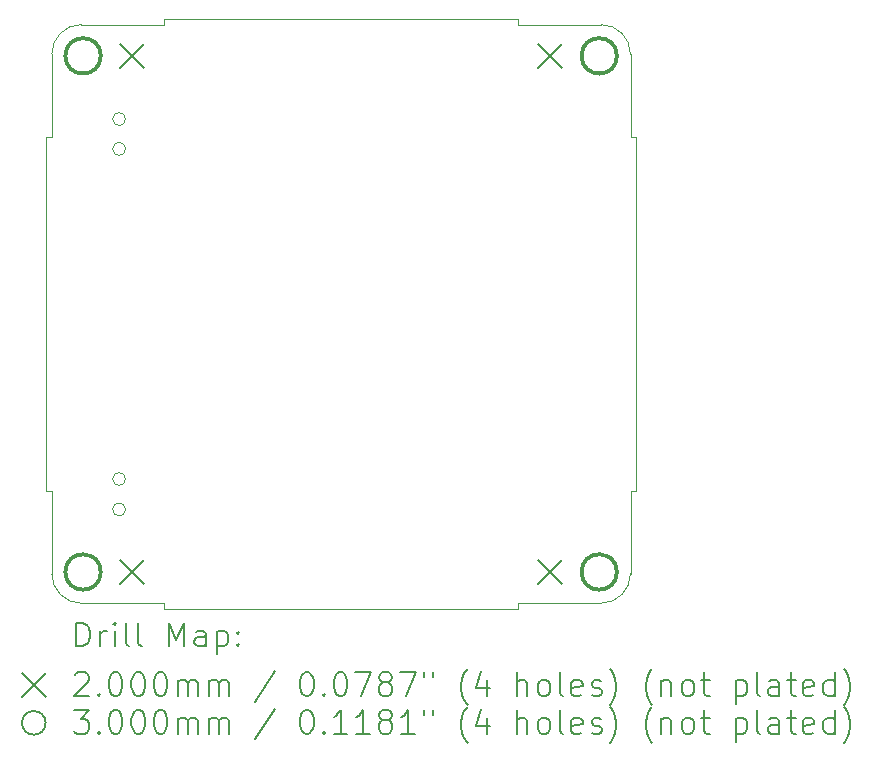
<source format=gbr>
%TF.GenerationSoftware,KiCad,Pcbnew,7.0.7-7.0.7~ubuntu23.04.1*%
%TF.CreationDate,2023-09-19T04:43:30+00:00*%
%TF.ProjectId,m5-pantilt,6d352d70-616e-4746-996c-742e6b696361,1*%
%TF.SameCoordinates,Original*%
%TF.FileFunction,Drillmap*%
%TF.FilePolarity,Positive*%
%FSLAX45Y45*%
G04 Gerber Fmt 4.5, Leading zero omitted, Abs format (unit mm)*
G04 Created by KiCad (PCBNEW 7.0.7-7.0.7~ubuntu23.04.1) date 2023-09-19 04:43:30*
%MOMM*%
%LPD*%
G01*
G04 APERTURE LIST*
%ADD10C,0.050000*%
%ADD11C,0.200000*%
%ADD12C,0.300000*%
G04 APERTURE END LIST*
D10*
X14000000Y-10000000D02*
X11000000Y-10000000D01*
X14950000Y-5300000D02*
X14950000Y-6000000D01*
X14700000Y-5050000D02*
X14000000Y-5050000D01*
X10050000Y-9700000D02*
X10050000Y-9000000D01*
X10050000Y-5300000D02*
X10050000Y-6000000D01*
X10300000Y-5050000D02*
G75*
G03*
X10050000Y-5300000I0J-250000D01*
G01*
X14950000Y-6000000D02*
X15000000Y-6000000D01*
X14950000Y-9000000D02*
X15000000Y-9000000D01*
X14000000Y-9950000D02*
X14000000Y-10000000D01*
X11000000Y-9950000D02*
X11000000Y-10000000D01*
X10050000Y-9000000D02*
X10000000Y-9000000D01*
X10000000Y-6000000D02*
X10050000Y-6000000D01*
X11000000Y-5000000D02*
X11000000Y-5050000D01*
X10675000Y-8897640D02*
G75*
G03*
X10675000Y-8897640I-55000J0D01*
G01*
X10000000Y-9000000D02*
X10000000Y-6000000D01*
X10050000Y-9700000D02*
G75*
G03*
X10300000Y-9950000I250000J0D01*
G01*
X10300000Y-9950000D02*
X11000000Y-9950000D01*
X10675000Y-6102956D02*
G75*
G03*
X10675000Y-6102956I-55000J0D01*
G01*
X14700000Y-9950000D02*
G75*
G03*
X14950000Y-9700000I0J250000D01*
G01*
X14950000Y-5300000D02*
G75*
G03*
X14700000Y-5050000I-250000J0D01*
G01*
X11000000Y-5000000D02*
X14000000Y-5000000D01*
X10675000Y-5850000D02*
G75*
G03*
X10675000Y-5850000I-55000J0D01*
G01*
X14950000Y-9700000D02*
X14950000Y-9000000D01*
X10675000Y-9155000D02*
G75*
G03*
X10675000Y-9155000I-55000J0D01*
G01*
X10300000Y-5050000D02*
X11000000Y-5050000D01*
X15000000Y-6000000D02*
X15000000Y-9000000D01*
X14000000Y-5000000D02*
X14000000Y-5050000D01*
X14700000Y-9950000D02*
X14000000Y-9950000D01*
D11*
X10630000Y-5215000D02*
X10830000Y-5415000D01*
X10830000Y-5215000D02*
X10630000Y-5415000D01*
X10630000Y-9585000D02*
X10830000Y-9785000D01*
X10830000Y-9585000D02*
X10630000Y-9785000D01*
X14170000Y-5215000D02*
X14370000Y-5415000D01*
X14370000Y-5215000D02*
X14170000Y-5415000D01*
X14170000Y-9585000D02*
X14370000Y-9785000D01*
X14370000Y-9585000D02*
X14170000Y-9785000D01*
D12*
X10465000Y-5315000D02*
G75*
G03*
X10465000Y-5315000I-150000J0D01*
G01*
X10465000Y-9685000D02*
G75*
G03*
X10465000Y-9685000I-150000J0D01*
G01*
X14835000Y-5315000D02*
G75*
G03*
X14835000Y-5315000I-150000J0D01*
G01*
X14835000Y-9685000D02*
G75*
G03*
X14835000Y-9685000I-150000J0D01*
G01*
D11*
X10258277Y-10313984D02*
X10258277Y-10113984D01*
X10258277Y-10113984D02*
X10305896Y-10113984D01*
X10305896Y-10113984D02*
X10334467Y-10123508D01*
X10334467Y-10123508D02*
X10353515Y-10142555D01*
X10353515Y-10142555D02*
X10363039Y-10161603D01*
X10363039Y-10161603D02*
X10372563Y-10199698D01*
X10372563Y-10199698D02*
X10372563Y-10228270D01*
X10372563Y-10228270D02*
X10363039Y-10266365D01*
X10363039Y-10266365D02*
X10353515Y-10285412D01*
X10353515Y-10285412D02*
X10334467Y-10304460D01*
X10334467Y-10304460D02*
X10305896Y-10313984D01*
X10305896Y-10313984D02*
X10258277Y-10313984D01*
X10458277Y-10313984D02*
X10458277Y-10180650D01*
X10458277Y-10218746D02*
X10467801Y-10199698D01*
X10467801Y-10199698D02*
X10477324Y-10190174D01*
X10477324Y-10190174D02*
X10496372Y-10180650D01*
X10496372Y-10180650D02*
X10515420Y-10180650D01*
X10582086Y-10313984D02*
X10582086Y-10180650D01*
X10582086Y-10113984D02*
X10572563Y-10123508D01*
X10572563Y-10123508D02*
X10582086Y-10133031D01*
X10582086Y-10133031D02*
X10591610Y-10123508D01*
X10591610Y-10123508D02*
X10582086Y-10113984D01*
X10582086Y-10113984D02*
X10582086Y-10133031D01*
X10705896Y-10313984D02*
X10686848Y-10304460D01*
X10686848Y-10304460D02*
X10677324Y-10285412D01*
X10677324Y-10285412D02*
X10677324Y-10113984D01*
X10810658Y-10313984D02*
X10791610Y-10304460D01*
X10791610Y-10304460D02*
X10782086Y-10285412D01*
X10782086Y-10285412D02*
X10782086Y-10113984D01*
X11039229Y-10313984D02*
X11039229Y-10113984D01*
X11039229Y-10113984D02*
X11105896Y-10256841D01*
X11105896Y-10256841D02*
X11172563Y-10113984D01*
X11172563Y-10113984D02*
X11172563Y-10313984D01*
X11353515Y-10313984D02*
X11353515Y-10209222D01*
X11353515Y-10209222D02*
X11343991Y-10190174D01*
X11343991Y-10190174D02*
X11324943Y-10180650D01*
X11324943Y-10180650D02*
X11286848Y-10180650D01*
X11286848Y-10180650D02*
X11267801Y-10190174D01*
X11353515Y-10304460D02*
X11334467Y-10313984D01*
X11334467Y-10313984D02*
X11286848Y-10313984D01*
X11286848Y-10313984D02*
X11267801Y-10304460D01*
X11267801Y-10304460D02*
X11258277Y-10285412D01*
X11258277Y-10285412D02*
X11258277Y-10266365D01*
X11258277Y-10266365D02*
X11267801Y-10247317D01*
X11267801Y-10247317D02*
X11286848Y-10237793D01*
X11286848Y-10237793D02*
X11334467Y-10237793D01*
X11334467Y-10237793D02*
X11353515Y-10228270D01*
X11448753Y-10180650D02*
X11448753Y-10380650D01*
X11448753Y-10190174D02*
X11467801Y-10180650D01*
X11467801Y-10180650D02*
X11505896Y-10180650D01*
X11505896Y-10180650D02*
X11524943Y-10190174D01*
X11524943Y-10190174D02*
X11534467Y-10199698D01*
X11534467Y-10199698D02*
X11543991Y-10218746D01*
X11543991Y-10218746D02*
X11543991Y-10275889D01*
X11543991Y-10275889D02*
X11534467Y-10294936D01*
X11534467Y-10294936D02*
X11524943Y-10304460D01*
X11524943Y-10304460D02*
X11505896Y-10313984D01*
X11505896Y-10313984D02*
X11467801Y-10313984D01*
X11467801Y-10313984D02*
X11448753Y-10304460D01*
X11629705Y-10294936D02*
X11639229Y-10304460D01*
X11639229Y-10304460D02*
X11629705Y-10313984D01*
X11629705Y-10313984D02*
X11620182Y-10304460D01*
X11620182Y-10304460D02*
X11629705Y-10294936D01*
X11629705Y-10294936D02*
X11629705Y-10313984D01*
X11629705Y-10190174D02*
X11639229Y-10199698D01*
X11639229Y-10199698D02*
X11629705Y-10209222D01*
X11629705Y-10209222D02*
X11620182Y-10199698D01*
X11620182Y-10199698D02*
X11629705Y-10190174D01*
X11629705Y-10190174D02*
X11629705Y-10209222D01*
X9797500Y-10542500D02*
X9997500Y-10742500D01*
X9997500Y-10542500D02*
X9797500Y-10742500D01*
X10248753Y-10553031D02*
X10258277Y-10543508D01*
X10258277Y-10543508D02*
X10277324Y-10533984D01*
X10277324Y-10533984D02*
X10324944Y-10533984D01*
X10324944Y-10533984D02*
X10343991Y-10543508D01*
X10343991Y-10543508D02*
X10353515Y-10553031D01*
X10353515Y-10553031D02*
X10363039Y-10572079D01*
X10363039Y-10572079D02*
X10363039Y-10591127D01*
X10363039Y-10591127D02*
X10353515Y-10619698D01*
X10353515Y-10619698D02*
X10239229Y-10733984D01*
X10239229Y-10733984D02*
X10363039Y-10733984D01*
X10448753Y-10714936D02*
X10458277Y-10724460D01*
X10458277Y-10724460D02*
X10448753Y-10733984D01*
X10448753Y-10733984D02*
X10439229Y-10724460D01*
X10439229Y-10724460D02*
X10448753Y-10714936D01*
X10448753Y-10714936D02*
X10448753Y-10733984D01*
X10582086Y-10533984D02*
X10601134Y-10533984D01*
X10601134Y-10533984D02*
X10620182Y-10543508D01*
X10620182Y-10543508D02*
X10629705Y-10553031D01*
X10629705Y-10553031D02*
X10639229Y-10572079D01*
X10639229Y-10572079D02*
X10648753Y-10610174D01*
X10648753Y-10610174D02*
X10648753Y-10657793D01*
X10648753Y-10657793D02*
X10639229Y-10695889D01*
X10639229Y-10695889D02*
X10629705Y-10714936D01*
X10629705Y-10714936D02*
X10620182Y-10724460D01*
X10620182Y-10724460D02*
X10601134Y-10733984D01*
X10601134Y-10733984D02*
X10582086Y-10733984D01*
X10582086Y-10733984D02*
X10563039Y-10724460D01*
X10563039Y-10724460D02*
X10553515Y-10714936D01*
X10553515Y-10714936D02*
X10543991Y-10695889D01*
X10543991Y-10695889D02*
X10534467Y-10657793D01*
X10534467Y-10657793D02*
X10534467Y-10610174D01*
X10534467Y-10610174D02*
X10543991Y-10572079D01*
X10543991Y-10572079D02*
X10553515Y-10553031D01*
X10553515Y-10553031D02*
X10563039Y-10543508D01*
X10563039Y-10543508D02*
X10582086Y-10533984D01*
X10772563Y-10533984D02*
X10791610Y-10533984D01*
X10791610Y-10533984D02*
X10810658Y-10543508D01*
X10810658Y-10543508D02*
X10820182Y-10553031D01*
X10820182Y-10553031D02*
X10829705Y-10572079D01*
X10829705Y-10572079D02*
X10839229Y-10610174D01*
X10839229Y-10610174D02*
X10839229Y-10657793D01*
X10839229Y-10657793D02*
X10829705Y-10695889D01*
X10829705Y-10695889D02*
X10820182Y-10714936D01*
X10820182Y-10714936D02*
X10810658Y-10724460D01*
X10810658Y-10724460D02*
X10791610Y-10733984D01*
X10791610Y-10733984D02*
X10772563Y-10733984D01*
X10772563Y-10733984D02*
X10753515Y-10724460D01*
X10753515Y-10724460D02*
X10743991Y-10714936D01*
X10743991Y-10714936D02*
X10734467Y-10695889D01*
X10734467Y-10695889D02*
X10724944Y-10657793D01*
X10724944Y-10657793D02*
X10724944Y-10610174D01*
X10724944Y-10610174D02*
X10734467Y-10572079D01*
X10734467Y-10572079D02*
X10743991Y-10553031D01*
X10743991Y-10553031D02*
X10753515Y-10543508D01*
X10753515Y-10543508D02*
X10772563Y-10533984D01*
X10963039Y-10533984D02*
X10982086Y-10533984D01*
X10982086Y-10533984D02*
X11001134Y-10543508D01*
X11001134Y-10543508D02*
X11010658Y-10553031D01*
X11010658Y-10553031D02*
X11020182Y-10572079D01*
X11020182Y-10572079D02*
X11029705Y-10610174D01*
X11029705Y-10610174D02*
X11029705Y-10657793D01*
X11029705Y-10657793D02*
X11020182Y-10695889D01*
X11020182Y-10695889D02*
X11010658Y-10714936D01*
X11010658Y-10714936D02*
X11001134Y-10724460D01*
X11001134Y-10724460D02*
X10982086Y-10733984D01*
X10982086Y-10733984D02*
X10963039Y-10733984D01*
X10963039Y-10733984D02*
X10943991Y-10724460D01*
X10943991Y-10724460D02*
X10934467Y-10714936D01*
X10934467Y-10714936D02*
X10924944Y-10695889D01*
X10924944Y-10695889D02*
X10915420Y-10657793D01*
X10915420Y-10657793D02*
X10915420Y-10610174D01*
X10915420Y-10610174D02*
X10924944Y-10572079D01*
X10924944Y-10572079D02*
X10934467Y-10553031D01*
X10934467Y-10553031D02*
X10943991Y-10543508D01*
X10943991Y-10543508D02*
X10963039Y-10533984D01*
X11115420Y-10733984D02*
X11115420Y-10600650D01*
X11115420Y-10619698D02*
X11124944Y-10610174D01*
X11124944Y-10610174D02*
X11143991Y-10600650D01*
X11143991Y-10600650D02*
X11172563Y-10600650D01*
X11172563Y-10600650D02*
X11191610Y-10610174D01*
X11191610Y-10610174D02*
X11201134Y-10629222D01*
X11201134Y-10629222D02*
X11201134Y-10733984D01*
X11201134Y-10629222D02*
X11210658Y-10610174D01*
X11210658Y-10610174D02*
X11229705Y-10600650D01*
X11229705Y-10600650D02*
X11258277Y-10600650D01*
X11258277Y-10600650D02*
X11277324Y-10610174D01*
X11277324Y-10610174D02*
X11286848Y-10629222D01*
X11286848Y-10629222D02*
X11286848Y-10733984D01*
X11382086Y-10733984D02*
X11382086Y-10600650D01*
X11382086Y-10619698D02*
X11391610Y-10610174D01*
X11391610Y-10610174D02*
X11410658Y-10600650D01*
X11410658Y-10600650D02*
X11439229Y-10600650D01*
X11439229Y-10600650D02*
X11458277Y-10610174D01*
X11458277Y-10610174D02*
X11467801Y-10629222D01*
X11467801Y-10629222D02*
X11467801Y-10733984D01*
X11467801Y-10629222D02*
X11477324Y-10610174D01*
X11477324Y-10610174D02*
X11496372Y-10600650D01*
X11496372Y-10600650D02*
X11524943Y-10600650D01*
X11524943Y-10600650D02*
X11543991Y-10610174D01*
X11543991Y-10610174D02*
X11553515Y-10629222D01*
X11553515Y-10629222D02*
X11553515Y-10733984D01*
X11943991Y-10524460D02*
X11772563Y-10781603D01*
X12201134Y-10533984D02*
X12220182Y-10533984D01*
X12220182Y-10533984D02*
X12239229Y-10543508D01*
X12239229Y-10543508D02*
X12248753Y-10553031D01*
X12248753Y-10553031D02*
X12258277Y-10572079D01*
X12258277Y-10572079D02*
X12267801Y-10610174D01*
X12267801Y-10610174D02*
X12267801Y-10657793D01*
X12267801Y-10657793D02*
X12258277Y-10695889D01*
X12258277Y-10695889D02*
X12248753Y-10714936D01*
X12248753Y-10714936D02*
X12239229Y-10724460D01*
X12239229Y-10724460D02*
X12220182Y-10733984D01*
X12220182Y-10733984D02*
X12201134Y-10733984D01*
X12201134Y-10733984D02*
X12182086Y-10724460D01*
X12182086Y-10724460D02*
X12172563Y-10714936D01*
X12172563Y-10714936D02*
X12163039Y-10695889D01*
X12163039Y-10695889D02*
X12153515Y-10657793D01*
X12153515Y-10657793D02*
X12153515Y-10610174D01*
X12153515Y-10610174D02*
X12163039Y-10572079D01*
X12163039Y-10572079D02*
X12172563Y-10553031D01*
X12172563Y-10553031D02*
X12182086Y-10543508D01*
X12182086Y-10543508D02*
X12201134Y-10533984D01*
X12353515Y-10714936D02*
X12363039Y-10724460D01*
X12363039Y-10724460D02*
X12353515Y-10733984D01*
X12353515Y-10733984D02*
X12343991Y-10724460D01*
X12343991Y-10724460D02*
X12353515Y-10714936D01*
X12353515Y-10714936D02*
X12353515Y-10733984D01*
X12486848Y-10533984D02*
X12505896Y-10533984D01*
X12505896Y-10533984D02*
X12524944Y-10543508D01*
X12524944Y-10543508D02*
X12534467Y-10553031D01*
X12534467Y-10553031D02*
X12543991Y-10572079D01*
X12543991Y-10572079D02*
X12553515Y-10610174D01*
X12553515Y-10610174D02*
X12553515Y-10657793D01*
X12553515Y-10657793D02*
X12543991Y-10695889D01*
X12543991Y-10695889D02*
X12534467Y-10714936D01*
X12534467Y-10714936D02*
X12524944Y-10724460D01*
X12524944Y-10724460D02*
X12505896Y-10733984D01*
X12505896Y-10733984D02*
X12486848Y-10733984D01*
X12486848Y-10733984D02*
X12467801Y-10724460D01*
X12467801Y-10724460D02*
X12458277Y-10714936D01*
X12458277Y-10714936D02*
X12448753Y-10695889D01*
X12448753Y-10695889D02*
X12439229Y-10657793D01*
X12439229Y-10657793D02*
X12439229Y-10610174D01*
X12439229Y-10610174D02*
X12448753Y-10572079D01*
X12448753Y-10572079D02*
X12458277Y-10553031D01*
X12458277Y-10553031D02*
X12467801Y-10543508D01*
X12467801Y-10543508D02*
X12486848Y-10533984D01*
X12620182Y-10533984D02*
X12753515Y-10533984D01*
X12753515Y-10533984D02*
X12667801Y-10733984D01*
X12858277Y-10619698D02*
X12839229Y-10610174D01*
X12839229Y-10610174D02*
X12829706Y-10600650D01*
X12829706Y-10600650D02*
X12820182Y-10581603D01*
X12820182Y-10581603D02*
X12820182Y-10572079D01*
X12820182Y-10572079D02*
X12829706Y-10553031D01*
X12829706Y-10553031D02*
X12839229Y-10543508D01*
X12839229Y-10543508D02*
X12858277Y-10533984D01*
X12858277Y-10533984D02*
X12896372Y-10533984D01*
X12896372Y-10533984D02*
X12915420Y-10543508D01*
X12915420Y-10543508D02*
X12924944Y-10553031D01*
X12924944Y-10553031D02*
X12934467Y-10572079D01*
X12934467Y-10572079D02*
X12934467Y-10581603D01*
X12934467Y-10581603D02*
X12924944Y-10600650D01*
X12924944Y-10600650D02*
X12915420Y-10610174D01*
X12915420Y-10610174D02*
X12896372Y-10619698D01*
X12896372Y-10619698D02*
X12858277Y-10619698D01*
X12858277Y-10619698D02*
X12839229Y-10629222D01*
X12839229Y-10629222D02*
X12829706Y-10638746D01*
X12829706Y-10638746D02*
X12820182Y-10657793D01*
X12820182Y-10657793D02*
X12820182Y-10695889D01*
X12820182Y-10695889D02*
X12829706Y-10714936D01*
X12829706Y-10714936D02*
X12839229Y-10724460D01*
X12839229Y-10724460D02*
X12858277Y-10733984D01*
X12858277Y-10733984D02*
X12896372Y-10733984D01*
X12896372Y-10733984D02*
X12915420Y-10724460D01*
X12915420Y-10724460D02*
X12924944Y-10714936D01*
X12924944Y-10714936D02*
X12934467Y-10695889D01*
X12934467Y-10695889D02*
X12934467Y-10657793D01*
X12934467Y-10657793D02*
X12924944Y-10638746D01*
X12924944Y-10638746D02*
X12915420Y-10629222D01*
X12915420Y-10629222D02*
X12896372Y-10619698D01*
X13001134Y-10533984D02*
X13134467Y-10533984D01*
X13134467Y-10533984D02*
X13048753Y-10733984D01*
X13201134Y-10533984D02*
X13201134Y-10572079D01*
X13277325Y-10533984D02*
X13277325Y-10572079D01*
X13572563Y-10810174D02*
X13563039Y-10800650D01*
X13563039Y-10800650D02*
X13543991Y-10772079D01*
X13543991Y-10772079D02*
X13534468Y-10753031D01*
X13534468Y-10753031D02*
X13524944Y-10724460D01*
X13524944Y-10724460D02*
X13515420Y-10676841D01*
X13515420Y-10676841D02*
X13515420Y-10638746D01*
X13515420Y-10638746D02*
X13524944Y-10591127D01*
X13524944Y-10591127D02*
X13534468Y-10562555D01*
X13534468Y-10562555D02*
X13543991Y-10543508D01*
X13543991Y-10543508D02*
X13563039Y-10514936D01*
X13563039Y-10514936D02*
X13572563Y-10505412D01*
X13734468Y-10600650D02*
X13734468Y-10733984D01*
X13686848Y-10524460D02*
X13639229Y-10667317D01*
X13639229Y-10667317D02*
X13763039Y-10667317D01*
X13991610Y-10733984D02*
X13991610Y-10533984D01*
X14077325Y-10733984D02*
X14077325Y-10629222D01*
X14077325Y-10629222D02*
X14067801Y-10610174D01*
X14067801Y-10610174D02*
X14048753Y-10600650D01*
X14048753Y-10600650D02*
X14020182Y-10600650D01*
X14020182Y-10600650D02*
X14001134Y-10610174D01*
X14001134Y-10610174D02*
X13991610Y-10619698D01*
X14201134Y-10733984D02*
X14182087Y-10724460D01*
X14182087Y-10724460D02*
X14172563Y-10714936D01*
X14172563Y-10714936D02*
X14163039Y-10695889D01*
X14163039Y-10695889D02*
X14163039Y-10638746D01*
X14163039Y-10638746D02*
X14172563Y-10619698D01*
X14172563Y-10619698D02*
X14182087Y-10610174D01*
X14182087Y-10610174D02*
X14201134Y-10600650D01*
X14201134Y-10600650D02*
X14229706Y-10600650D01*
X14229706Y-10600650D02*
X14248753Y-10610174D01*
X14248753Y-10610174D02*
X14258277Y-10619698D01*
X14258277Y-10619698D02*
X14267801Y-10638746D01*
X14267801Y-10638746D02*
X14267801Y-10695889D01*
X14267801Y-10695889D02*
X14258277Y-10714936D01*
X14258277Y-10714936D02*
X14248753Y-10724460D01*
X14248753Y-10724460D02*
X14229706Y-10733984D01*
X14229706Y-10733984D02*
X14201134Y-10733984D01*
X14382087Y-10733984D02*
X14363039Y-10724460D01*
X14363039Y-10724460D02*
X14353515Y-10705412D01*
X14353515Y-10705412D02*
X14353515Y-10533984D01*
X14534468Y-10724460D02*
X14515420Y-10733984D01*
X14515420Y-10733984D02*
X14477325Y-10733984D01*
X14477325Y-10733984D02*
X14458277Y-10724460D01*
X14458277Y-10724460D02*
X14448753Y-10705412D01*
X14448753Y-10705412D02*
X14448753Y-10629222D01*
X14448753Y-10629222D02*
X14458277Y-10610174D01*
X14458277Y-10610174D02*
X14477325Y-10600650D01*
X14477325Y-10600650D02*
X14515420Y-10600650D01*
X14515420Y-10600650D02*
X14534468Y-10610174D01*
X14534468Y-10610174D02*
X14543991Y-10629222D01*
X14543991Y-10629222D02*
X14543991Y-10648270D01*
X14543991Y-10648270D02*
X14448753Y-10667317D01*
X14620182Y-10724460D02*
X14639230Y-10733984D01*
X14639230Y-10733984D02*
X14677325Y-10733984D01*
X14677325Y-10733984D02*
X14696372Y-10724460D01*
X14696372Y-10724460D02*
X14705896Y-10705412D01*
X14705896Y-10705412D02*
X14705896Y-10695889D01*
X14705896Y-10695889D02*
X14696372Y-10676841D01*
X14696372Y-10676841D02*
X14677325Y-10667317D01*
X14677325Y-10667317D02*
X14648753Y-10667317D01*
X14648753Y-10667317D02*
X14629706Y-10657793D01*
X14629706Y-10657793D02*
X14620182Y-10638746D01*
X14620182Y-10638746D02*
X14620182Y-10629222D01*
X14620182Y-10629222D02*
X14629706Y-10610174D01*
X14629706Y-10610174D02*
X14648753Y-10600650D01*
X14648753Y-10600650D02*
X14677325Y-10600650D01*
X14677325Y-10600650D02*
X14696372Y-10610174D01*
X14772563Y-10810174D02*
X14782087Y-10800650D01*
X14782087Y-10800650D02*
X14801134Y-10772079D01*
X14801134Y-10772079D02*
X14810658Y-10753031D01*
X14810658Y-10753031D02*
X14820182Y-10724460D01*
X14820182Y-10724460D02*
X14829706Y-10676841D01*
X14829706Y-10676841D02*
X14829706Y-10638746D01*
X14829706Y-10638746D02*
X14820182Y-10591127D01*
X14820182Y-10591127D02*
X14810658Y-10562555D01*
X14810658Y-10562555D02*
X14801134Y-10543508D01*
X14801134Y-10543508D02*
X14782087Y-10514936D01*
X14782087Y-10514936D02*
X14772563Y-10505412D01*
X15134468Y-10810174D02*
X15124944Y-10800650D01*
X15124944Y-10800650D02*
X15105896Y-10772079D01*
X15105896Y-10772079D02*
X15096372Y-10753031D01*
X15096372Y-10753031D02*
X15086849Y-10724460D01*
X15086849Y-10724460D02*
X15077325Y-10676841D01*
X15077325Y-10676841D02*
X15077325Y-10638746D01*
X15077325Y-10638746D02*
X15086849Y-10591127D01*
X15086849Y-10591127D02*
X15096372Y-10562555D01*
X15096372Y-10562555D02*
X15105896Y-10543508D01*
X15105896Y-10543508D02*
X15124944Y-10514936D01*
X15124944Y-10514936D02*
X15134468Y-10505412D01*
X15210658Y-10600650D02*
X15210658Y-10733984D01*
X15210658Y-10619698D02*
X15220182Y-10610174D01*
X15220182Y-10610174D02*
X15239230Y-10600650D01*
X15239230Y-10600650D02*
X15267801Y-10600650D01*
X15267801Y-10600650D02*
X15286849Y-10610174D01*
X15286849Y-10610174D02*
X15296372Y-10629222D01*
X15296372Y-10629222D02*
X15296372Y-10733984D01*
X15420182Y-10733984D02*
X15401134Y-10724460D01*
X15401134Y-10724460D02*
X15391611Y-10714936D01*
X15391611Y-10714936D02*
X15382087Y-10695889D01*
X15382087Y-10695889D02*
X15382087Y-10638746D01*
X15382087Y-10638746D02*
X15391611Y-10619698D01*
X15391611Y-10619698D02*
X15401134Y-10610174D01*
X15401134Y-10610174D02*
X15420182Y-10600650D01*
X15420182Y-10600650D02*
X15448753Y-10600650D01*
X15448753Y-10600650D02*
X15467801Y-10610174D01*
X15467801Y-10610174D02*
X15477325Y-10619698D01*
X15477325Y-10619698D02*
X15486849Y-10638746D01*
X15486849Y-10638746D02*
X15486849Y-10695889D01*
X15486849Y-10695889D02*
X15477325Y-10714936D01*
X15477325Y-10714936D02*
X15467801Y-10724460D01*
X15467801Y-10724460D02*
X15448753Y-10733984D01*
X15448753Y-10733984D02*
X15420182Y-10733984D01*
X15543992Y-10600650D02*
X15620182Y-10600650D01*
X15572563Y-10533984D02*
X15572563Y-10705412D01*
X15572563Y-10705412D02*
X15582087Y-10724460D01*
X15582087Y-10724460D02*
X15601134Y-10733984D01*
X15601134Y-10733984D02*
X15620182Y-10733984D01*
X15839230Y-10600650D02*
X15839230Y-10800650D01*
X15839230Y-10610174D02*
X15858277Y-10600650D01*
X15858277Y-10600650D02*
X15896373Y-10600650D01*
X15896373Y-10600650D02*
X15915420Y-10610174D01*
X15915420Y-10610174D02*
X15924944Y-10619698D01*
X15924944Y-10619698D02*
X15934468Y-10638746D01*
X15934468Y-10638746D02*
X15934468Y-10695889D01*
X15934468Y-10695889D02*
X15924944Y-10714936D01*
X15924944Y-10714936D02*
X15915420Y-10724460D01*
X15915420Y-10724460D02*
X15896373Y-10733984D01*
X15896373Y-10733984D02*
X15858277Y-10733984D01*
X15858277Y-10733984D02*
X15839230Y-10724460D01*
X16048753Y-10733984D02*
X16029706Y-10724460D01*
X16029706Y-10724460D02*
X16020182Y-10705412D01*
X16020182Y-10705412D02*
X16020182Y-10533984D01*
X16210658Y-10733984D02*
X16210658Y-10629222D01*
X16210658Y-10629222D02*
X16201134Y-10610174D01*
X16201134Y-10610174D02*
X16182087Y-10600650D01*
X16182087Y-10600650D02*
X16143992Y-10600650D01*
X16143992Y-10600650D02*
X16124944Y-10610174D01*
X16210658Y-10724460D02*
X16191611Y-10733984D01*
X16191611Y-10733984D02*
X16143992Y-10733984D01*
X16143992Y-10733984D02*
X16124944Y-10724460D01*
X16124944Y-10724460D02*
X16115420Y-10705412D01*
X16115420Y-10705412D02*
X16115420Y-10686365D01*
X16115420Y-10686365D02*
X16124944Y-10667317D01*
X16124944Y-10667317D02*
X16143992Y-10657793D01*
X16143992Y-10657793D02*
X16191611Y-10657793D01*
X16191611Y-10657793D02*
X16210658Y-10648270D01*
X16277325Y-10600650D02*
X16353515Y-10600650D01*
X16305896Y-10533984D02*
X16305896Y-10705412D01*
X16305896Y-10705412D02*
X16315420Y-10724460D01*
X16315420Y-10724460D02*
X16334468Y-10733984D01*
X16334468Y-10733984D02*
X16353515Y-10733984D01*
X16496373Y-10724460D02*
X16477325Y-10733984D01*
X16477325Y-10733984D02*
X16439230Y-10733984D01*
X16439230Y-10733984D02*
X16420182Y-10724460D01*
X16420182Y-10724460D02*
X16410658Y-10705412D01*
X16410658Y-10705412D02*
X16410658Y-10629222D01*
X16410658Y-10629222D02*
X16420182Y-10610174D01*
X16420182Y-10610174D02*
X16439230Y-10600650D01*
X16439230Y-10600650D02*
X16477325Y-10600650D01*
X16477325Y-10600650D02*
X16496373Y-10610174D01*
X16496373Y-10610174D02*
X16505896Y-10629222D01*
X16505896Y-10629222D02*
X16505896Y-10648270D01*
X16505896Y-10648270D02*
X16410658Y-10667317D01*
X16677325Y-10733984D02*
X16677325Y-10533984D01*
X16677325Y-10724460D02*
X16658277Y-10733984D01*
X16658277Y-10733984D02*
X16620182Y-10733984D01*
X16620182Y-10733984D02*
X16601134Y-10724460D01*
X16601134Y-10724460D02*
X16591611Y-10714936D01*
X16591611Y-10714936D02*
X16582087Y-10695889D01*
X16582087Y-10695889D02*
X16582087Y-10638746D01*
X16582087Y-10638746D02*
X16591611Y-10619698D01*
X16591611Y-10619698D02*
X16601134Y-10610174D01*
X16601134Y-10610174D02*
X16620182Y-10600650D01*
X16620182Y-10600650D02*
X16658277Y-10600650D01*
X16658277Y-10600650D02*
X16677325Y-10610174D01*
X16753515Y-10810174D02*
X16763039Y-10800650D01*
X16763039Y-10800650D02*
X16782087Y-10772079D01*
X16782087Y-10772079D02*
X16791611Y-10753031D01*
X16791611Y-10753031D02*
X16801135Y-10724460D01*
X16801135Y-10724460D02*
X16810658Y-10676841D01*
X16810658Y-10676841D02*
X16810658Y-10638746D01*
X16810658Y-10638746D02*
X16801135Y-10591127D01*
X16801135Y-10591127D02*
X16791611Y-10562555D01*
X16791611Y-10562555D02*
X16782087Y-10543508D01*
X16782087Y-10543508D02*
X16763039Y-10514936D01*
X16763039Y-10514936D02*
X16753515Y-10505412D01*
X9997500Y-10962500D02*
G75*
G03*
X9997500Y-10962500I-100000J0D01*
G01*
X10239229Y-10853984D02*
X10363039Y-10853984D01*
X10363039Y-10853984D02*
X10296372Y-10930174D01*
X10296372Y-10930174D02*
X10324944Y-10930174D01*
X10324944Y-10930174D02*
X10343991Y-10939698D01*
X10343991Y-10939698D02*
X10353515Y-10949222D01*
X10353515Y-10949222D02*
X10363039Y-10968270D01*
X10363039Y-10968270D02*
X10363039Y-11015889D01*
X10363039Y-11015889D02*
X10353515Y-11034936D01*
X10353515Y-11034936D02*
X10343991Y-11044460D01*
X10343991Y-11044460D02*
X10324944Y-11053984D01*
X10324944Y-11053984D02*
X10267801Y-11053984D01*
X10267801Y-11053984D02*
X10248753Y-11044460D01*
X10248753Y-11044460D02*
X10239229Y-11034936D01*
X10448753Y-11034936D02*
X10458277Y-11044460D01*
X10458277Y-11044460D02*
X10448753Y-11053984D01*
X10448753Y-11053984D02*
X10439229Y-11044460D01*
X10439229Y-11044460D02*
X10448753Y-11034936D01*
X10448753Y-11034936D02*
X10448753Y-11053984D01*
X10582086Y-10853984D02*
X10601134Y-10853984D01*
X10601134Y-10853984D02*
X10620182Y-10863508D01*
X10620182Y-10863508D02*
X10629705Y-10873031D01*
X10629705Y-10873031D02*
X10639229Y-10892079D01*
X10639229Y-10892079D02*
X10648753Y-10930174D01*
X10648753Y-10930174D02*
X10648753Y-10977793D01*
X10648753Y-10977793D02*
X10639229Y-11015889D01*
X10639229Y-11015889D02*
X10629705Y-11034936D01*
X10629705Y-11034936D02*
X10620182Y-11044460D01*
X10620182Y-11044460D02*
X10601134Y-11053984D01*
X10601134Y-11053984D02*
X10582086Y-11053984D01*
X10582086Y-11053984D02*
X10563039Y-11044460D01*
X10563039Y-11044460D02*
X10553515Y-11034936D01*
X10553515Y-11034936D02*
X10543991Y-11015889D01*
X10543991Y-11015889D02*
X10534467Y-10977793D01*
X10534467Y-10977793D02*
X10534467Y-10930174D01*
X10534467Y-10930174D02*
X10543991Y-10892079D01*
X10543991Y-10892079D02*
X10553515Y-10873031D01*
X10553515Y-10873031D02*
X10563039Y-10863508D01*
X10563039Y-10863508D02*
X10582086Y-10853984D01*
X10772563Y-10853984D02*
X10791610Y-10853984D01*
X10791610Y-10853984D02*
X10810658Y-10863508D01*
X10810658Y-10863508D02*
X10820182Y-10873031D01*
X10820182Y-10873031D02*
X10829705Y-10892079D01*
X10829705Y-10892079D02*
X10839229Y-10930174D01*
X10839229Y-10930174D02*
X10839229Y-10977793D01*
X10839229Y-10977793D02*
X10829705Y-11015889D01*
X10829705Y-11015889D02*
X10820182Y-11034936D01*
X10820182Y-11034936D02*
X10810658Y-11044460D01*
X10810658Y-11044460D02*
X10791610Y-11053984D01*
X10791610Y-11053984D02*
X10772563Y-11053984D01*
X10772563Y-11053984D02*
X10753515Y-11044460D01*
X10753515Y-11044460D02*
X10743991Y-11034936D01*
X10743991Y-11034936D02*
X10734467Y-11015889D01*
X10734467Y-11015889D02*
X10724944Y-10977793D01*
X10724944Y-10977793D02*
X10724944Y-10930174D01*
X10724944Y-10930174D02*
X10734467Y-10892079D01*
X10734467Y-10892079D02*
X10743991Y-10873031D01*
X10743991Y-10873031D02*
X10753515Y-10863508D01*
X10753515Y-10863508D02*
X10772563Y-10853984D01*
X10963039Y-10853984D02*
X10982086Y-10853984D01*
X10982086Y-10853984D02*
X11001134Y-10863508D01*
X11001134Y-10863508D02*
X11010658Y-10873031D01*
X11010658Y-10873031D02*
X11020182Y-10892079D01*
X11020182Y-10892079D02*
X11029705Y-10930174D01*
X11029705Y-10930174D02*
X11029705Y-10977793D01*
X11029705Y-10977793D02*
X11020182Y-11015889D01*
X11020182Y-11015889D02*
X11010658Y-11034936D01*
X11010658Y-11034936D02*
X11001134Y-11044460D01*
X11001134Y-11044460D02*
X10982086Y-11053984D01*
X10982086Y-11053984D02*
X10963039Y-11053984D01*
X10963039Y-11053984D02*
X10943991Y-11044460D01*
X10943991Y-11044460D02*
X10934467Y-11034936D01*
X10934467Y-11034936D02*
X10924944Y-11015889D01*
X10924944Y-11015889D02*
X10915420Y-10977793D01*
X10915420Y-10977793D02*
X10915420Y-10930174D01*
X10915420Y-10930174D02*
X10924944Y-10892079D01*
X10924944Y-10892079D02*
X10934467Y-10873031D01*
X10934467Y-10873031D02*
X10943991Y-10863508D01*
X10943991Y-10863508D02*
X10963039Y-10853984D01*
X11115420Y-11053984D02*
X11115420Y-10920650D01*
X11115420Y-10939698D02*
X11124944Y-10930174D01*
X11124944Y-10930174D02*
X11143991Y-10920650D01*
X11143991Y-10920650D02*
X11172563Y-10920650D01*
X11172563Y-10920650D02*
X11191610Y-10930174D01*
X11191610Y-10930174D02*
X11201134Y-10949222D01*
X11201134Y-10949222D02*
X11201134Y-11053984D01*
X11201134Y-10949222D02*
X11210658Y-10930174D01*
X11210658Y-10930174D02*
X11229705Y-10920650D01*
X11229705Y-10920650D02*
X11258277Y-10920650D01*
X11258277Y-10920650D02*
X11277324Y-10930174D01*
X11277324Y-10930174D02*
X11286848Y-10949222D01*
X11286848Y-10949222D02*
X11286848Y-11053984D01*
X11382086Y-11053984D02*
X11382086Y-10920650D01*
X11382086Y-10939698D02*
X11391610Y-10930174D01*
X11391610Y-10930174D02*
X11410658Y-10920650D01*
X11410658Y-10920650D02*
X11439229Y-10920650D01*
X11439229Y-10920650D02*
X11458277Y-10930174D01*
X11458277Y-10930174D02*
X11467801Y-10949222D01*
X11467801Y-10949222D02*
X11467801Y-11053984D01*
X11467801Y-10949222D02*
X11477324Y-10930174D01*
X11477324Y-10930174D02*
X11496372Y-10920650D01*
X11496372Y-10920650D02*
X11524943Y-10920650D01*
X11524943Y-10920650D02*
X11543991Y-10930174D01*
X11543991Y-10930174D02*
X11553515Y-10949222D01*
X11553515Y-10949222D02*
X11553515Y-11053984D01*
X11943991Y-10844460D02*
X11772563Y-11101603D01*
X12201134Y-10853984D02*
X12220182Y-10853984D01*
X12220182Y-10853984D02*
X12239229Y-10863508D01*
X12239229Y-10863508D02*
X12248753Y-10873031D01*
X12248753Y-10873031D02*
X12258277Y-10892079D01*
X12258277Y-10892079D02*
X12267801Y-10930174D01*
X12267801Y-10930174D02*
X12267801Y-10977793D01*
X12267801Y-10977793D02*
X12258277Y-11015889D01*
X12258277Y-11015889D02*
X12248753Y-11034936D01*
X12248753Y-11034936D02*
X12239229Y-11044460D01*
X12239229Y-11044460D02*
X12220182Y-11053984D01*
X12220182Y-11053984D02*
X12201134Y-11053984D01*
X12201134Y-11053984D02*
X12182086Y-11044460D01*
X12182086Y-11044460D02*
X12172563Y-11034936D01*
X12172563Y-11034936D02*
X12163039Y-11015889D01*
X12163039Y-11015889D02*
X12153515Y-10977793D01*
X12153515Y-10977793D02*
X12153515Y-10930174D01*
X12153515Y-10930174D02*
X12163039Y-10892079D01*
X12163039Y-10892079D02*
X12172563Y-10873031D01*
X12172563Y-10873031D02*
X12182086Y-10863508D01*
X12182086Y-10863508D02*
X12201134Y-10853984D01*
X12353515Y-11034936D02*
X12363039Y-11044460D01*
X12363039Y-11044460D02*
X12353515Y-11053984D01*
X12353515Y-11053984D02*
X12343991Y-11044460D01*
X12343991Y-11044460D02*
X12353515Y-11034936D01*
X12353515Y-11034936D02*
X12353515Y-11053984D01*
X12553515Y-11053984D02*
X12439229Y-11053984D01*
X12496372Y-11053984D02*
X12496372Y-10853984D01*
X12496372Y-10853984D02*
X12477325Y-10882555D01*
X12477325Y-10882555D02*
X12458277Y-10901603D01*
X12458277Y-10901603D02*
X12439229Y-10911127D01*
X12743991Y-11053984D02*
X12629706Y-11053984D01*
X12686848Y-11053984D02*
X12686848Y-10853984D01*
X12686848Y-10853984D02*
X12667801Y-10882555D01*
X12667801Y-10882555D02*
X12648753Y-10901603D01*
X12648753Y-10901603D02*
X12629706Y-10911127D01*
X12858277Y-10939698D02*
X12839229Y-10930174D01*
X12839229Y-10930174D02*
X12829706Y-10920650D01*
X12829706Y-10920650D02*
X12820182Y-10901603D01*
X12820182Y-10901603D02*
X12820182Y-10892079D01*
X12820182Y-10892079D02*
X12829706Y-10873031D01*
X12829706Y-10873031D02*
X12839229Y-10863508D01*
X12839229Y-10863508D02*
X12858277Y-10853984D01*
X12858277Y-10853984D02*
X12896372Y-10853984D01*
X12896372Y-10853984D02*
X12915420Y-10863508D01*
X12915420Y-10863508D02*
X12924944Y-10873031D01*
X12924944Y-10873031D02*
X12934467Y-10892079D01*
X12934467Y-10892079D02*
X12934467Y-10901603D01*
X12934467Y-10901603D02*
X12924944Y-10920650D01*
X12924944Y-10920650D02*
X12915420Y-10930174D01*
X12915420Y-10930174D02*
X12896372Y-10939698D01*
X12896372Y-10939698D02*
X12858277Y-10939698D01*
X12858277Y-10939698D02*
X12839229Y-10949222D01*
X12839229Y-10949222D02*
X12829706Y-10958746D01*
X12829706Y-10958746D02*
X12820182Y-10977793D01*
X12820182Y-10977793D02*
X12820182Y-11015889D01*
X12820182Y-11015889D02*
X12829706Y-11034936D01*
X12829706Y-11034936D02*
X12839229Y-11044460D01*
X12839229Y-11044460D02*
X12858277Y-11053984D01*
X12858277Y-11053984D02*
X12896372Y-11053984D01*
X12896372Y-11053984D02*
X12915420Y-11044460D01*
X12915420Y-11044460D02*
X12924944Y-11034936D01*
X12924944Y-11034936D02*
X12934467Y-11015889D01*
X12934467Y-11015889D02*
X12934467Y-10977793D01*
X12934467Y-10977793D02*
X12924944Y-10958746D01*
X12924944Y-10958746D02*
X12915420Y-10949222D01*
X12915420Y-10949222D02*
X12896372Y-10939698D01*
X13124944Y-11053984D02*
X13010658Y-11053984D01*
X13067801Y-11053984D02*
X13067801Y-10853984D01*
X13067801Y-10853984D02*
X13048753Y-10882555D01*
X13048753Y-10882555D02*
X13029706Y-10901603D01*
X13029706Y-10901603D02*
X13010658Y-10911127D01*
X13201134Y-10853984D02*
X13201134Y-10892079D01*
X13277325Y-10853984D02*
X13277325Y-10892079D01*
X13572563Y-11130174D02*
X13563039Y-11120650D01*
X13563039Y-11120650D02*
X13543991Y-11092079D01*
X13543991Y-11092079D02*
X13534468Y-11073031D01*
X13534468Y-11073031D02*
X13524944Y-11044460D01*
X13524944Y-11044460D02*
X13515420Y-10996841D01*
X13515420Y-10996841D02*
X13515420Y-10958746D01*
X13515420Y-10958746D02*
X13524944Y-10911127D01*
X13524944Y-10911127D02*
X13534468Y-10882555D01*
X13534468Y-10882555D02*
X13543991Y-10863508D01*
X13543991Y-10863508D02*
X13563039Y-10834936D01*
X13563039Y-10834936D02*
X13572563Y-10825412D01*
X13734468Y-10920650D02*
X13734468Y-11053984D01*
X13686848Y-10844460D02*
X13639229Y-10987317D01*
X13639229Y-10987317D02*
X13763039Y-10987317D01*
X13991610Y-11053984D02*
X13991610Y-10853984D01*
X14077325Y-11053984D02*
X14077325Y-10949222D01*
X14077325Y-10949222D02*
X14067801Y-10930174D01*
X14067801Y-10930174D02*
X14048753Y-10920650D01*
X14048753Y-10920650D02*
X14020182Y-10920650D01*
X14020182Y-10920650D02*
X14001134Y-10930174D01*
X14001134Y-10930174D02*
X13991610Y-10939698D01*
X14201134Y-11053984D02*
X14182087Y-11044460D01*
X14182087Y-11044460D02*
X14172563Y-11034936D01*
X14172563Y-11034936D02*
X14163039Y-11015889D01*
X14163039Y-11015889D02*
X14163039Y-10958746D01*
X14163039Y-10958746D02*
X14172563Y-10939698D01*
X14172563Y-10939698D02*
X14182087Y-10930174D01*
X14182087Y-10930174D02*
X14201134Y-10920650D01*
X14201134Y-10920650D02*
X14229706Y-10920650D01*
X14229706Y-10920650D02*
X14248753Y-10930174D01*
X14248753Y-10930174D02*
X14258277Y-10939698D01*
X14258277Y-10939698D02*
X14267801Y-10958746D01*
X14267801Y-10958746D02*
X14267801Y-11015889D01*
X14267801Y-11015889D02*
X14258277Y-11034936D01*
X14258277Y-11034936D02*
X14248753Y-11044460D01*
X14248753Y-11044460D02*
X14229706Y-11053984D01*
X14229706Y-11053984D02*
X14201134Y-11053984D01*
X14382087Y-11053984D02*
X14363039Y-11044460D01*
X14363039Y-11044460D02*
X14353515Y-11025412D01*
X14353515Y-11025412D02*
X14353515Y-10853984D01*
X14534468Y-11044460D02*
X14515420Y-11053984D01*
X14515420Y-11053984D02*
X14477325Y-11053984D01*
X14477325Y-11053984D02*
X14458277Y-11044460D01*
X14458277Y-11044460D02*
X14448753Y-11025412D01*
X14448753Y-11025412D02*
X14448753Y-10949222D01*
X14448753Y-10949222D02*
X14458277Y-10930174D01*
X14458277Y-10930174D02*
X14477325Y-10920650D01*
X14477325Y-10920650D02*
X14515420Y-10920650D01*
X14515420Y-10920650D02*
X14534468Y-10930174D01*
X14534468Y-10930174D02*
X14543991Y-10949222D01*
X14543991Y-10949222D02*
X14543991Y-10968270D01*
X14543991Y-10968270D02*
X14448753Y-10987317D01*
X14620182Y-11044460D02*
X14639230Y-11053984D01*
X14639230Y-11053984D02*
X14677325Y-11053984D01*
X14677325Y-11053984D02*
X14696372Y-11044460D01*
X14696372Y-11044460D02*
X14705896Y-11025412D01*
X14705896Y-11025412D02*
X14705896Y-11015889D01*
X14705896Y-11015889D02*
X14696372Y-10996841D01*
X14696372Y-10996841D02*
X14677325Y-10987317D01*
X14677325Y-10987317D02*
X14648753Y-10987317D01*
X14648753Y-10987317D02*
X14629706Y-10977793D01*
X14629706Y-10977793D02*
X14620182Y-10958746D01*
X14620182Y-10958746D02*
X14620182Y-10949222D01*
X14620182Y-10949222D02*
X14629706Y-10930174D01*
X14629706Y-10930174D02*
X14648753Y-10920650D01*
X14648753Y-10920650D02*
X14677325Y-10920650D01*
X14677325Y-10920650D02*
X14696372Y-10930174D01*
X14772563Y-11130174D02*
X14782087Y-11120650D01*
X14782087Y-11120650D02*
X14801134Y-11092079D01*
X14801134Y-11092079D02*
X14810658Y-11073031D01*
X14810658Y-11073031D02*
X14820182Y-11044460D01*
X14820182Y-11044460D02*
X14829706Y-10996841D01*
X14829706Y-10996841D02*
X14829706Y-10958746D01*
X14829706Y-10958746D02*
X14820182Y-10911127D01*
X14820182Y-10911127D02*
X14810658Y-10882555D01*
X14810658Y-10882555D02*
X14801134Y-10863508D01*
X14801134Y-10863508D02*
X14782087Y-10834936D01*
X14782087Y-10834936D02*
X14772563Y-10825412D01*
X15134468Y-11130174D02*
X15124944Y-11120650D01*
X15124944Y-11120650D02*
X15105896Y-11092079D01*
X15105896Y-11092079D02*
X15096372Y-11073031D01*
X15096372Y-11073031D02*
X15086849Y-11044460D01*
X15086849Y-11044460D02*
X15077325Y-10996841D01*
X15077325Y-10996841D02*
X15077325Y-10958746D01*
X15077325Y-10958746D02*
X15086849Y-10911127D01*
X15086849Y-10911127D02*
X15096372Y-10882555D01*
X15096372Y-10882555D02*
X15105896Y-10863508D01*
X15105896Y-10863508D02*
X15124944Y-10834936D01*
X15124944Y-10834936D02*
X15134468Y-10825412D01*
X15210658Y-10920650D02*
X15210658Y-11053984D01*
X15210658Y-10939698D02*
X15220182Y-10930174D01*
X15220182Y-10930174D02*
X15239230Y-10920650D01*
X15239230Y-10920650D02*
X15267801Y-10920650D01*
X15267801Y-10920650D02*
X15286849Y-10930174D01*
X15286849Y-10930174D02*
X15296372Y-10949222D01*
X15296372Y-10949222D02*
X15296372Y-11053984D01*
X15420182Y-11053984D02*
X15401134Y-11044460D01*
X15401134Y-11044460D02*
X15391611Y-11034936D01*
X15391611Y-11034936D02*
X15382087Y-11015889D01*
X15382087Y-11015889D02*
X15382087Y-10958746D01*
X15382087Y-10958746D02*
X15391611Y-10939698D01*
X15391611Y-10939698D02*
X15401134Y-10930174D01*
X15401134Y-10930174D02*
X15420182Y-10920650D01*
X15420182Y-10920650D02*
X15448753Y-10920650D01*
X15448753Y-10920650D02*
X15467801Y-10930174D01*
X15467801Y-10930174D02*
X15477325Y-10939698D01*
X15477325Y-10939698D02*
X15486849Y-10958746D01*
X15486849Y-10958746D02*
X15486849Y-11015889D01*
X15486849Y-11015889D02*
X15477325Y-11034936D01*
X15477325Y-11034936D02*
X15467801Y-11044460D01*
X15467801Y-11044460D02*
X15448753Y-11053984D01*
X15448753Y-11053984D02*
X15420182Y-11053984D01*
X15543992Y-10920650D02*
X15620182Y-10920650D01*
X15572563Y-10853984D02*
X15572563Y-11025412D01*
X15572563Y-11025412D02*
X15582087Y-11044460D01*
X15582087Y-11044460D02*
X15601134Y-11053984D01*
X15601134Y-11053984D02*
X15620182Y-11053984D01*
X15839230Y-10920650D02*
X15839230Y-11120650D01*
X15839230Y-10930174D02*
X15858277Y-10920650D01*
X15858277Y-10920650D02*
X15896373Y-10920650D01*
X15896373Y-10920650D02*
X15915420Y-10930174D01*
X15915420Y-10930174D02*
X15924944Y-10939698D01*
X15924944Y-10939698D02*
X15934468Y-10958746D01*
X15934468Y-10958746D02*
X15934468Y-11015889D01*
X15934468Y-11015889D02*
X15924944Y-11034936D01*
X15924944Y-11034936D02*
X15915420Y-11044460D01*
X15915420Y-11044460D02*
X15896373Y-11053984D01*
X15896373Y-11053984D02*
X15858277Y-11053984D01*
X15858277Y-11053984D02*
X15839230Y-11044460D01*
X16048753Y-11053984D02*
X16029706Y-11044460D01*
X16029706Y-11044460D02*
X16020182Y-11025412D01*
X16020182Y-11025412D02*
X16020182Y-10853984D01*
X16210658Y-11053984D02*
X16210658Y-10949222D01*
X16210658Y-10949222D02*
X16201134Y-10930174D01*
X16201134Y-10930174D02*
X16182087Y-10920650D01*
X16182087Y-10920650D02*
X16143992Y-10920650D01*
X16143992Y-10920650D02*
X16124944Y-10930174D01*
X16210658Y-11044460D02*
X16191611Y-11053984D01*
X16191611Y-11053984D02*
X16143992Y-11053984D01*
X16143992Y-11053984D02*
X16124944Y-11044460D01*
X16124944Y-11044460D02*
X16115420Y-11025412D01*
X16115420Y-11025412D02*
X16115420Y-11006365D01*
X16115420Y-11006365D02*
X16124944Y-10987317D01*
X16124944Y-10987317D02*
X16143992Y-10977793D01*
X16143992Y-10977793D02*
X16191611Y-10977793D01*
X16191611Y-10977793D02*
X16210658Y-10968270D01*
X16277325Y-10920650D02*
X16353515Y-10920650D01*
X16305896Y-10853984D02*
X16305896Y-11025412D01*
X16305896Y-11025412D02*
X16315420Y-11044460D01*
X16315420Y-11044460D02*
X16334468Y-11053984D01*
X16334468Y-11053984D02*
X16353515Y-11053984D01*
X16496373Y-11044460D02*
X16477325Y-11053984D01*
X16477325Y-11053984D02*
X16439230Y-11053984D01*
X16439230Y-11053984D02*
X16420182Y-11044460D01*
X16420182Y-11044460D02*
X16410658Y-11025412D01*
X16410658Y-11025412D02*
X16410658Y-10949222D01*
X16410658Y-10949222D02*
X16420182Y-10930174D01*
X16420182Y-10930174D02*
X16439230Y-10920650D01*
X16439230Y-10920650D02*
X16477325Y-10920650D01*
X16477325Y-10920650D02*
X16496373Y-10930174D01*
X16496373Y-10930174D02*
X16505896Y-10949222D01*
X16505896Y-10949222D02*
X16505896Y-10968270D01*
X16505896Y-10968270D02*
X16410658Y-10987317D01*
X16677325Y-11053984D02*
X16677325Y-10853984D01*
X16677325Y-11044460D02*
X16658277Y-11053984D01*
X16658277Y-11053984D02*
X16620182Y-11053984D01*
X16620182Y-11053984D02*
X16601134Y-11044460D01*
X16601134Y-11044460D02*
X16591611Y-11034936D01*
X16591611Y-11034936D02*
X16582087Y-11015889D01*
X16582087Y-11015889D02*
X16582087Y-10958746D01*
X16582087Y-10958746D02*
X16591611Y-10939698D01*
X16591611Y-10939698D02*
X16601134Y-10930174D01*
X16601134Y-10930174D02*
X16620182Y-10920650D01*
X16620182Y-10920650D02*
X16658277Y-10920650D01*
X16658277Y-10920650D02*
X16677325Y-10930174D01*
X16753515Y-11130174D02*
X16763039Y-11120650D01*
X16763039Y-11120650D02*
X16782087Y-11092079D01*
X16782087Y-11092079D02*
X16791611Y-11073031D01*
X16791611Y-11073031D02*
X16801135Y-11044460D01*
X16801135Y-11044460D02*
X16810658Y-10996841D01*
X16810658Y-10996841D02*
X16810658Y-10958746D01*
X16810658Y-10958746D02*
X16801135Y-10911127D01*
X16801135Y-10911127D02*
X16791611Y-10882555D01*
X16791611Y-10882555D02*
X16782087Y-10863508D01*
X16782087Y-10863508D02*
X16763039Y-10834936D01*
X16763039Y-10834936D02*
X16753515Y-10825412D01*
M02*

</source>
